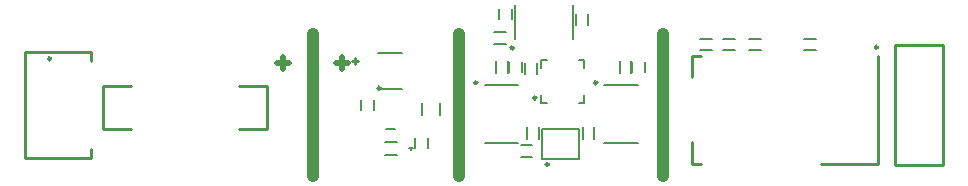
<source format=gto>
G04 Layer_Color=65535*
%FSLAX25Y25*%
%MOIN*%
G70*
G01*
G75*
%ADD31C,0.01000*%
%ADD32C,0.01969*%
%ADD48C,0.00500*%
%ADD49C,0.03937*%
D31*
X167921Y25984D02*
G03*
X167921Y25984I-500J0D01*
G01*
X6110Y38976D02*
G03*
X6110Y38976I-500J0D01*
G01*
X116051Y29134D02*
G03*
X116051Y29134I-500J0D01*
G01*
X160382Y42618D02*
G03*
X160382Y42618I-500J0D01*
G01*
X172055Y3740D02*
G03*
X172055Y3740I-500J0D01*
G01*
X281801Y42815D02*
G03*
X281801Y42815I-502J0D01*
G01*
X148236Y31004D02*
G03*
X148236Y31004I-500J0D01*
G01*
X188197Y31004D02*
G03*
X188197Y31004I-500J0D01*
G01*
X303571Y3622D02*
Y43622D01*
X287571Y3622D02*
X303571D01*
X287571Y43622D02*
X303571D01*
X287571Y3622D02*
Y43622D01*
X19390Y38386D02*
X19390Y41338D01*
X19390Y8858D02*
X19390Y5906D01*
X-2657Y41338D02*
X19390D01*
X-2657Y5906D02*
X19390D01*
X-2657D02*
Y41338D01*
X219783Y3937D02*
X222834D01*
X219783D02*
Y11122D01*
Y32776D02*
Y39961D01*
X222834D01*
X262795Y3937D02*
X281693D01*
Y39961D01*
X23524Y29823D02*
X32875D01*
X23524Y15453D02*
Y29823D01*
Y15453D02*
X32875D01*
X68701D02*
X78052D01*
Y29823D01*
X68701D02*
X78052D01*
X106595Y38307D02*
X108589D01*
X107592Y39304D02*
Y37310D01*
D32*
X101279Y37448D02*
X105278D01*
X103279Y39447D02*
Y35449D01*
X81594Y37448D02*
X85593D01*
X83594Y39447D02*
Y35449D01*
D48*
X182185Y24212D02*
X183956D01*
Y26968D01*
X169587Y24212D02*
X171359D01*
X169587D02*
Y26968D01*
X182185Y38583D02*
X183956D01*
Y35827D02*
Y38583D01*
X169587Y35827D02*
Y38583D01*
X171358D01*
X160669Y45571D02*
Y56791D01*
X180158Y45570D02*
Y56791D01*
X169882Y5709D02*
Y15551D01*
X182087Y5708D02*
Y15551D01*
X169883Y5708D02*
X182087D01*
X169882Y15551D02*
X182087D01*
X117421Y6890D02*
X121358D01*
X117421Y11220D02*
X121358D01*
X115256Y40748D02*
X123130D01*
X115256Y28937D02*
X123130D01*
X135827Y20374D02*
Y24311D01*
X129921Y20374D02*
Y24311D01*
X155512Y52362D02*
Y55512D01*
X159843Y52362D02*
Y55512D01*
X153839Y47736D02*
X157776D01*
X153839Y43799D02*
X157776D01*
X164772Y12213D02*
Y16150D01*
X168709Y12213D02*
Y16150D01*
X257185Y45669D02*
X261122D01*
X257185Y41732D02*
X261122D01*
X238779Y41732D02*
X242717D01*
X238779Y45669D02*
X242717D01*
X230315Y45669D02*
X234252D01*
X230315Y41732D02*
X234252D01*
X131988Y9350D02*
Y12500D01*
X127657Y9350D02*
Y12500D01*
X113780Y21949D02*
Y25098D01*
X109449Y21949D02*
Y25098D01*
X117717Y15650D02*
X120866D01*
X117717Y11319D02*
X120866D01*
X222638Y41732D02*
X226575D01*
X222638Y45669D02*
X226575D01*
X158366Y34252D02*
Y38189D01*
X154429Y34252D02*
Y38189D01*
X150689Y30217D02*
X161909D01*
X150689Y10728D02*
X161909D01*
X199606Y34252D02*
Y38189D01*
X195669Y34252D02*
Y38189D01*
X199901Y34646D02*
Y37795D01*
X204232Y34646D02*
Y37795D01*
X187303Y12205D02*
Y16142D01*
X183366Y12205D02*
Y16142D01*
X162689Y10244D02*
X166626D01*
X162689Y6307D02*
X166626D01*
X158760Y34646D02*
Y37795D01*
X163091Y34646D02*
Y37795D01*
X164075Y33760D02*
Y37697D01*
X168012Y33760D02*
Y37697D01*
X190650Y30217D02*
X201870D01*
X190649Y10728D02*
X201870D01*
X185039Y50098D02*
Y54035D01*
X181102Y50098D02*
Y54035D01*
X126673Y9055D02*
X125361D01*
X126017Y8399D02*
Y9711D01*
D49*
X142323Y0D02*
Y47244D01*
X93405Y0D02*
Y47244D01*
X210236Y0D02*
Y47244D01*
M02*

</source>
